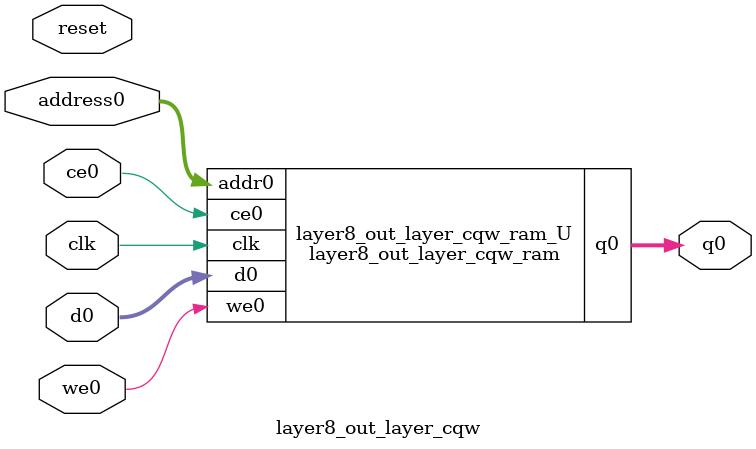
<source format=v>
`timescale 1 ns / 1 ps
module layer8_out_layer_cqw_ram (addr0, ce0, d0, we0, q0,  clk);

parameter DWIDTH = 12;
parameter AWIDTH = 7;
parameter MEM_SIZE = 128;

input[AWIDTH-1:0] addr0;
input ce0;
input[DWIDTH-1:0] d0;
input we0;
output reg[DWIDTH-1:0] q0;
input clk;

(* ram_style = "block" *)reg [DWIDTH-1:0] ram[0:MEM_SIZE-1];




always @(posedge clk)  
begin 
    if (ce0) 
    begin
        if (we0) 
        begin 
            ram[addr0] <= d0; 
        end 
        q0 <= ram[addr0];
    end
end


endmodule

`timescale 1 ns / 1 ps
module layer8_out_layer_cqw(
    reset,
    clk,
    address0,
    ce0,
    we0,
    d0,
    q0);

parameter DataWidth = 32'd12;
parameter AddressRange = 32'd128;
parameter AddressWidth = 32'd7;
input reset;
input clk;
input[AddressWidth - 1:0] address0;
input ce0;
input we0;
input[DataWidth - 1:0] d0;
output[DataWidth - 1:0] q0;



layer8_out_layer_cqw_ram layer8_out_layer_cqw_ram_U(
    .clk( clk ),
    .addr0( address0 ),
    .ce0( ce0 ),
    .we0( we0 ),
    .d0( d0 ),
    .q0( q0 ));

endmodule


</source>
